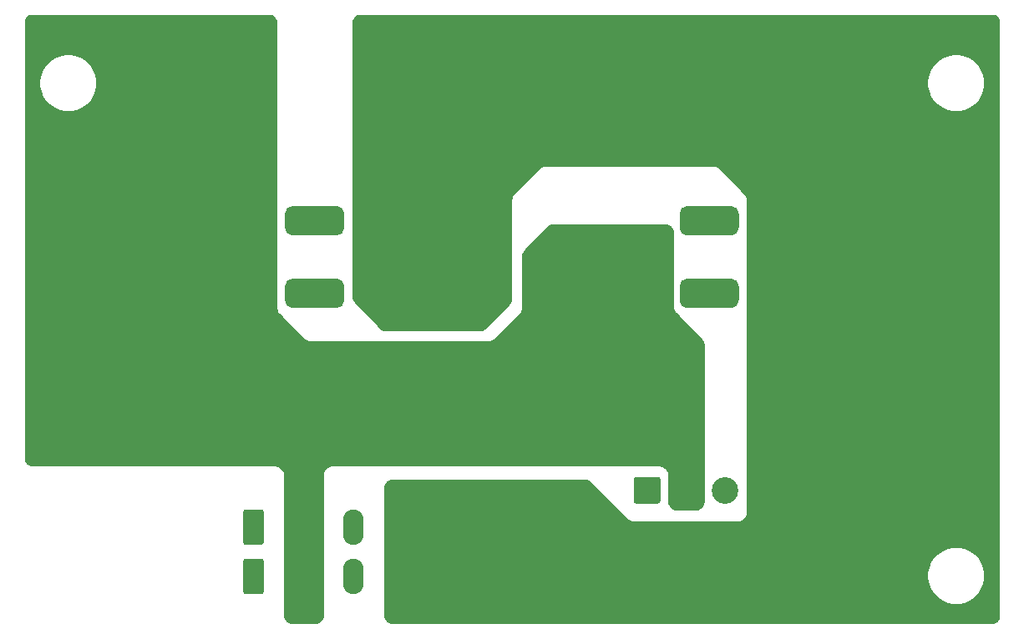
<source format=gbr>
%TF.GenerationSoftware,KiCad,Pcbnew,(5.1.6)-1*%
%TF.CreationDate,2020-12-17T16:36:24+01:00*%
%TF.ProjectId,Ingressi,496e6772-6573-4736-992e-6b696361645f,v1.0*%
%TF.SameCoordinates,Original*%
%TF.FileFunction,Copper,L2,Bot*%
%TF.FilePolarity,Positive*%
%FSLAX46Y46*%
G04 Gerber Fmt 4.6, Leading zero omitted, Abs format (unit mm)*
G04 Created by KiCad (PCBNEW (5.1.6)-1) date 2020-12-17 16:36:24*
%MOMM*%
%LPD*%
G01*
G04 APERTURE LIST*
%TA.AperFunction,ComponentPad*%
%ADD10O,2.080000X3.600000*%
%TD*%
%TA.AperFunction,ComponentPad*%
%ADD11C,2.700000*%
%TD*%
%TA.AperFunction,Conductor*%
%ADD12C,0.254000*%
%TD*%
G04 APERTURE END LIST*
D10*
X58960000Y-82600000D03*
X53880000Y-82600000D03*
X64040000Y-82600000D03*
%TA.AperFunction,ComponentPad*%
G36*
G01*
X47760000Y-84150001D02*
X47760000Y-81049999D01*
G75*
G02*
X48009999Y-80800000I249999J0D01*
G01*
X49590001Y-80800000D01*
G75*
G02*
X49840000Y-81049999I0J-249999D01*
G01*
X49840000Y-84150001D01*
G75*
G02*
X49590001Y-84400000I-249999J0D01*
G01*
X48009999Y-84400000D01*
G75*
G02*
X47760000Y-84150001I0J249999D01*
G01*
G37*
%TD.AperFunction*%
%TA.AperFunction,ComponentPad*%
G36*
G01*
X47760000Y-79150001D02*
X47760000Y-76049999D01*
G75*
G02*
X48009999Y-75800000I249999J0D01*
G01*
X49590001Y-75800000D01*
G75*
G02*
X49840000Y-76049999I0J-249999D01*
G01*
X49840000Y-79150001D01*
G75*
G02*
X49590001Y-79400000I-249999J0D01*
G01*
X48009999Y-79400000D01*
G75*
G02*
X47760000Y-79150001I0J249999D01*
G01*
G37*
%TD.AperFunction*%
X53880000Y-77600000D03*
X64040000Y-77600000D03*
X58960000Y-77600000D03*
%TA.AperFunction,ComponentPad*%
G36*
G01*
X102164200Y-47933000D02*
X102164200Y-52433000D01*
G75*
G02*
X101414200Y-53183000I-750000J0D01*
G01*
X99914200Y-53183000D01*
G75*
G02*
X99164200Y-52433000I0J750000D01*
G01*
X99164200Y-47933000D01*
G75*
G02*
X99914200Y-47183000I750000J0D01*
G01*
X101414200Y-47183000D01*
G75*
G02*
X102164200Y-47933000I0J-750000D01*
G01*
G37*
%TD.AperFunction*%
%TA.AperFunction,ComponentPad*%
G36*
G01*
X92750000Y-52366000D02*
X97250000Y-52366000D01*
G75*
G02*
X98000000Y-53116000I0J-750000D01*
G01*
X98000000Y-54616000D01*
G75*
G02*
X97250000Y-55366000I-750000J0D01*
G01*
X92750000Y-55366000D01*
G75*
G02*
X92000000Y-54616000I0J750000D01*
G01*
X92000000Y-53116000D01*
G75*
G02*
X92750000Y-52366000I750000J0D01*
G01*
G37*
%TD.AperFunction*%
%TA.AperFunction,ComponentPad*%
G36*
G01*
X90861200Y-47933000D02*
X90861200Y-52433000D01*
G75*
G02*
X90111200Y-53183000I-750000J0D01*
G01*
X88611200Y-53183000D01*
G75*
G02*
X87861200Y-52433000I0J750000D01*
G01*
X87861200Y-47933000D01*
G75*
G02*
X88611200Y-47183000I750000J0D01*
G01*
X90111200Y-47183000D01*
G75*
G02*
X90861200Y-47933000I0J-750000D01*
G01*
G37*
%TD.AperFunction*%
%TA.AperFunction,ComponentPad*%
G36*
G01*
X97250000Y-48000000D02*
X92750000Y-48000000D01*
G75*
G02*
X92000000Y-47250000I0J750000D01*
G01*
X92000000Y-45750000D01*
G75*
G02*
X92750000Y-45000000I750000J0D01*
G01*
X97250000Y-45000000D01*
G75*
G02*
X98000000Y-45750000I0J-750000D01*
G01*
X98000000Y-47250000D01*
G75*
G02*
X97250000Y-48000000I-750000J0D01*
G01*
G37*
%TD.AperFunction*%
%TA.AperFunction,ComponentPad*%
G36*
G01*
X62164200Y-47933000D02*
X62164200Y-52433000D01*
G75*
G02*
X61414200Y-53183000I-750000J0D01*
G01*
X59914200Y-53183000D01*
G75*
G02*
X59164200Y-52433000I0J750000D01*
G01*
X59164200Y-47933000D01*
G75*
G02*
X59914200Y-47183000I750000J0D01*
G01*
X61414200Y-47183000D01*
G75*
G02*
X62164200Y-47933000I0J-750000D01*
G01*
G37*
%TD.AperFunction*%
%TA.AperFunction,ComponentPad*%
G36*
G01*
X52750000Y-52366000D02*
X57250000Y-52366000D01*
G75*
G02*
X58000000Y-53116000I0J-750000D01*
G01*
X58000000Y-54616000D01*
G75*
G02*
X57250000Y-55366000I-750000J0D01*
G01*
X52750000Y-55366000D01*
G75*
G02*
X52000000Y-54616000I0J750000D01*
G01*
X52000000Y-53116000D01*
G75*
G02*
X52750000Y-52366000I750000J0D01*
G01*
G37*
%TD.AperFunction*%
%TA.AperFunction,ComponentPad*%
G36*
G01*
X50861200Y-47933000D02*
X50861200Y-52433000D01*
G75*
G02*
X50111200Y-53183000I-750000J0D01*
G01*
X48611200Y-53183000D01*
G75*
G02*
X47861200Y-52433000I0J750000D01*
G01*
X47861200Y-47933000D01*
G75*
G02*
X48611200Y-47183000I750000J0D01*
G01*
X50111200Y-47183000D01*
G75*
G02*
X50861200Y-47933000I0J-750000D01*
G01*
G37*
%TD.AperFunction*%
%TA.AperFunction,ComponentPad*%
G36*
G01*
X57250000Y-48000000D02*
X52750000Y-48000000D01*
G75*
G02*
X52000000Y-47250000I0J750000D01*
G01*
X52000000Y-45750000D01*
G75*
G02*
X52750000Y-45000000I750000J0D01*
G01*
X57250000Y-45000000D01*
G75*
G02*
X58000000Y-45750000I0J-750000D01*
G01*
X58000000Y-47250000D01*
G75*
G02*
X57250000Y-48000000I-750000J0D01*
G01*
G37*
%TD.AperFunction*%
D11*
X100580000Y-73850000D03*
X96620000Y-73850000D03*
X92660000Y-73850000D03*
%TA.AperFunction,ComponentPad*%
G36*
G01*
X87350000Y-74949999D02*
X87350000Y-72750001D01*
G75*
G02*
X87600001Y-72500000I250001J0D01*
G01*
X89799999Y-72500000D01*
G75*
G02*
X90050000Y-72750001I0J-250001D01*
G01*
X90050000Y-74949999D01*
G75*
G02*
X89799999Y-75200000I-250001J0D01*
G01*
X87600001Y-75200000D01*
G75*
G02*
X87350000Y-74949999I0J250001D01*
G01*
G37*
%TD.AperFunction*%
D12*
G36*
X50781454Y-25796271D02*
G01*
X50903729Y-25918546D01*
X50995726Y-26064958D01*
X51052836Y-26228170D01*
X51073000Y-26407129D01*
X51073000Y-55327208D01*
X51073612Y-55339656D01*
X51090905Y-55515237D01*
X51095762Y-55539655D01*
X51146977Y-55708489D01*
X51156504Y-55731490D01*
X51239673Y-55887088D01*
X51253505Y-55907789D01*
X51365432Y-56044172D01*
X51373801Y-56053407D01*
X53846593Y-58526199D01*
X53855828Y-58534568D01*
X53992211Y-58646495D01*
X54012912Y-58660327D01*
X54168510Y-58743496D01*
X54191511Y-58753023D01*
X54360345Y-58804238D01*
X54384763Y-58809095D01*
X54560344Y-58826388D01*
X54572792Y-58827000D01*
X72627208Y-58827000D01*
X72639656Y-58826388D01*
X72815237Y-58809095D01*
X72839655Y-58804238D01*
X73008489Y-58753023D01*
X73031490Y-58743496D01*
X73187088Y-58660327D01*
X73207789Y-58646495D01*
X73344172Y-58534568D01*
X73353407Y-58526199D01*
X75826199Y-56053407D01*
X75834568Y-56044172D01*
X75946495Y-55907789D01*
X75960327Y-55887088D01*
X76043496Y-55731490D01*
X76053023Y-55708489D01*
X76104238Y-55539655D01*
X76109095Y-55515237D01*
X76126388Y-55339656D01*
X76127000Y-55327208D01*
X76127000Y-50079026D01*
X76142455Y-49922107D01*
X76186408Y-49777214D01*
X76257784Y-49643678D01*
X76357813Y-49521793D01*
X78721793Y-47157813D01*
X78843678Y-47057784D01*
X78977214Y-46986408D01*
X79122107Y-46942455D01*
X79279026Y-46927000D01*
X90492871Y-46927000D01*
X90671830Y-46947164D01*
X90835042Y-47004274D01*
X90981454Y-47096271D01*
X91103729Y-47218546D01*
X91195726Y-47364958D01*
X91252836Y-47528170D01*
X91273000Y-47707129D01*
X91273000Y-55227208D01*
X91273612Y-55239656D01*
X91290905Y-55415237D01*
X91295762Y-55439655D01*
X91346977Y-55608489D01*
X91356504Y-55631490D01*
X91439673Y-55787088D01*
X91453505Y-55807789D01*
X91565432Y-55944172D01*
X91573801Y-55953407D01*
X94142187Y-58521793D01*
X94242216Y-58643678D01*
X94313592Y-58777214D01*
X94357545Y-58922107D01*
X94373000Y-59079026D01*
X94373000Y-74942871D01*
X94352836Y-75121830D01*
X94295726Y-75285042D01*
X94203729Y-75431454D01*
X94081454Y-75553729D01*
X93935042Y-75645726D01*
X93771830Y-75702836D01*
X93592871Y-75723000D01*
X91707129Y-75723000D01*
X91528170Y-75702836D01*
X91364958Y-75645726D01*
X91218546Y-75553729D01*
X91096271Y-75431454D01*
X91004274Y-75285042D01*
X90947164Y-75121830D01*
X90927000Y-74942871D01*
X90927000Y-72300000D01*
X90926201Y-72285780D01*
X90903636Y-72085511D01*
X90897308Y-72057786D01*
X90830745Y-71867560D01*
X90818406Y-71841937D01*
X90711182Y-71671291D01*
X90693451Y-71649056D01*
X90550944Y-71506549D01*
X90528709Y-71488818D01*
X90358063Y-71381594D01*
X90332440Y-71369255D01*
X90142214Y-71302692D01*
X90114489Y-71296364D01*
X89914220Y-71273799D01*
X89900000Y-71273000D01*
X56800000Y-71273000D01*
X56785780Y-71273799D01*
X56585511Y-71296364D01*
X56557786Y-71302692D01*
X56367560Y-71369255D01*
X56341937Y-71381594D01*
X56171291Y-71488818D01*
X56149056Y-71506549D01*
X56006549Y-71649056D01*
X55988818Y-71671291D01*
X55881594Y-71841937D01*
X55869255Y-71867560D01*
X55802692Y-72057786D01*
X55796364Y-72085511D01*
X55773799Y-72285780D01*
X55773000Y-72300000D01*
X55773000Y-86492871D01*
X55752836Y-86671830D01*
X55695726Y-86835042D01*
X55603729Y-86981454D01*
X55481454Y-87103729D01*
X55335042Y-87195726D01*
X55171830Y-87252836D01*
X54992871Y-87273000D01*
X52757129Y-87273000D01*
X52578170Y-87252836D01*
X52414958Y-87195726D01*
X52268546Y-87103729D01*
X52146271Y-86981454D01*
X52054274Y-86835042D01*
X51997164Y-86671830D01*
X51977000Y-86492871D01*
X51977000Y-72300000D01*
X51976201Y-72285780D01*
X51953636Y-72085511D01*
X51947308Y-72057786D01*
X51880745Y-71867560D01*
X51868406Y-71841937D01*
X51761182Y-71671291D01*
X51743451Y-71649056D01*
X51600944Y-71506549D01*
X51578709Y-71488818D01*
X51408063Y-71381594D01*
X51382440Y-71369255D01*
X51192214Y-71302692D01*
X51164489Y-71296364D01*
X50964220Y-71273799D01*
X50950000Y-71273000D01*
X26407129Y-71273000D01*
X26228170Y-71252836D01*
X26064958Y-71195726D01*
X25918546Y-71103729D01*
X25796271Y-70981454D01*
X25710000Y-70844155D01*
X25710000Y-32207909D01*
X27034350Y-32207909D01*
X27034350Y-32792091D01*
X27148318Y-33365048D01*
X27371875Y-33904762D01*
X27696429Y-34390492D01*
X28109508Y-34803571D01*
X28595238Y-35128125D01*
X29134952Y-35351682D01*
X29707909Y-35465650D01*
X30292091Y-35465650D01*
X30865048Y-35351682D01*
X31404762Y-35128125D01*
X31890492Y-34803571D01*
X32303571Y-34390492D01*
X32628125Y-33904762D01*
X32851682Y-33365048D01*
X32965650Y-32792091D01*
X32965650Y-32207909D01*
X32851682Y-31634952D01*
X32628125Y-31095238D01*
X32303571Y-30609508D01*
X31890492Y-30196429D01*
X31404762Y-29871875D01*
X30865048Y-29648318D01*
X30292091Y-29534350D01*
X29707909Y-29534350D01*
X29134952Y-29648318D01*
X28595238Y-29871875D01*
X28109508Y-30196429D01*
X27696429Y-30609508D01*
X27371875Y-31095238D01*
X27148318Y-31634952D01*
X27034350Y-32207909D01*
X25710000Y-32207909D01*
X25710000Y-26055845D01*
X25796271Y-25918546D01*
X25918546Y-25796271D01*
X26055845Y-25710000D01*
X50644155Y-25710000D01*
X50781454Y-25796271D01*
G37*
X50781454Y-25796271D02*
X50903729Y-25918546D01*
X50995726Y-26064958D01*
X51052836Y-26228170D01*
X51073000Y-26407129D01*
X51073000Y-55327208D01*
X51073612Y-55339656D01*
X51090905Y-55515237D01*
X51095762Y-55539655D01*
X51146977Y-55708489D01*
X51156504Y-55731490D01*
X51239673Y-55887088D01*
X51253505Y-55907789D01*
X51365432Y-56044172D01*
X51373801Y-56053407D01*
X53846593Y-58526199D01*
X53855828Y-58534568D01*
X53992211Y-58646495D01*
X54012912Y-58660327D01*
X54168510Y-58743496D01*
X54191511Y-58753023D01*
X54360345Y-58804238D01*
X54384763Y-58809095D01*
X54560344Y-58826388D01*
X54572792Y-58827000D01*
X72627208Y-58827000D01*
X72639656Y-58826388D01*
X72815237Y-58809095D01*
X72839655Y-58804238D01*
X73008489Y-58753023D01*
X73031490Y-58743496D01*
X73187088Y-58660327D01*
X73207789Y-58646495D01*
X73344172Y-58534568D01*
X73353407Y-58526199D01*
X75826199Y-56053407D01*
X75834568Y-56044172D01*
X75946495Y-55907789D01*
X75960327Y-55887088D01*
X76043496Y-55731490D01*
X76053023Y-55708489D01*
X76104238Y-55539655D01*
X76109095Y-55515237D01*
X76126388Y-55339656D01*
X76127000Y-55327208D01*
X76127000Y-50079026D01*
X76142455Y-49922107D01*
X76186408Y-49777214D01*
X76257784Y-49643678D01*
X76357813Y-49521793D01*
X78721793Y-47157813D01*
X78843678Y-47057784D01*
X78977214Y-46986408D01*
X79122107Y-46942455D01*
X79279026Y-46927000D01*
X90492871Y-46927000D01*
X90671830Y-46947164D01*
X90835042Y-47004274D01*
X90981454Y-47096271D01*
X91103729Y-47218546D01*
X91195726Y-47364958D01*
X91252836Y-47528170D01*
X91273000Y-47707129D01*
X91273000Y-55227208D01*
X91273612Y-55239656D01*
X91290905Y-55415237D01*
X91295762Y-55439655D01*
X91346977Y-55608489D01*
X91356504Y-55631490D01*
X91439673Y-55787088D01*
X91453505Y-55807789D01*
X91565432Y-55944172D01*
X91573801Y-55953407D01*
X94142187Y-58521793D01*
X94242216Y-58643678D01*
X94313592Y-58777214D01*
X94357545Y-58922107D01*
X94373000Y-59079026D01*
X94373000Y-74942871D01*
X94352836Y-75121830D01*
X94295726Y-75285042D01*
X94203729Y-75431454D01*
X94081454Y-75553729D01*
X93935042Y-75645726D01*
X93771830Y-75702836D01*
X93592871Y-75723000D01*
X91707129Y-75723000D01*
X91528170Y-75702836D01*
X91364958Y-75645726D01*
X91218546Y-75553729D01*
X91096271Y-75431454D01*
X91004274Y-75285042D01*
X90947164Y-75121830D01*
X90927000Y-74942871D01*
X90927000Y-72300000D01*
X90926201Y-72285780D01*
X90903636Y-72085511D01*
X90897308Y-72057786D01*
X90830745Y-71867560D01*
X90818406Y-71841937D01*
X90711182Y-71671291D01*
X90693451Y-71649056D01*
X90550944Y-71506549D01*
X90528709Y-71488818D01*
X90358063Y-71381594D01*
X90332440Y-71369255D01*
X90142214Y-71302692D01*
X90114489Y-71296364D01*
X89914220Y-71273799D01*
X89900000Y-71273000D01*
X56800000Y-71273000D01*
X56785780Y-71273799D01*
X56585511Y-71296364D01*
X56557786Y-71302692D01*
X56367560Y-71369255D01*
X56341937Y-71381594D01*
X56171291Y-71488818D01*
X56149056Y-71506549D01*
X56006549Y-71649056D01*
X55988818Y-71671291D01*
X55881594Y-71841937D01*
X55869255Y-71867560D01*
X55802692Y-72057786D01*
X55796364Y-72085511D01*
X55773799Y-72285780D01*
X55773000Y-72300000D01*
X55773000Y-86492871D01*
X55752836Y-86671830D01*
X55695726Y-86835042D01*
X55603729Y-86981454D01*
X55481454Y-87103729D01*
X55335042Y-87195726D01*
X55171830Y-87252836D01*
X54992871Y-87273000D01*
X52757129Y-87273000D01*
X52578170Y-87252836D01*
X52414958Y-87195726D01*
X52268546Y-87103729D01*
X52146271Y-86981454D01*
X52054274Y-86835042D01*
X51997164Y-86671830D01*
X51977000Y-86492871D01*
X51977000Y-72300000D01*
X51976201Y-72285780D01*
X51953636Y-72085511D01*
X51947308Y-72057786D01*
X51880745Y-71867560D01*
X51868406Y-71841937D01*
X51761182Y-71671291D01*
X51743451Y-71649056D01*
X51600944Y-71506549D01*
X51578709Y-71488818D01*
X51408063Y-71381594D01*
X51382440Y-71369255D01*
X51192214Y-71302692D01*
X51164489Y-71296364D01*
X50964220Y-71273799D01*
X50950000Y-71273000D01*
X26407129Y-71273000D01*
X26228170Y-71252836D01*
X26064958Y-71195726D01*
X25918546Y-71103729D01*
X25796271Y-70981454D01*
X25710000Y-70844155D01*
X25710000Y-32207909D01*
X27034350Y-32207909D01*
X27034350Y-32792091D01*
X27148318Y-33365048D01*
X27371875Y-33904762D01*
X27696429Y-34390492D01*
X28109508Y-34803571D01*
X28595238Y-35128125D01*
X29134952Y-35351682D01*
X29707909Y-35465650D01*
X30292091Y-35465650D01*
X30865048Y-35351682D01*
X31404762Y-35128125D01*
X31890492Y-34803571D01*
X32303571Y-34390492D01*
X32628125Y-33904762D01*
X32851682Y-33365048D01*
X32965650Y-32792091D01*
X32965650Y-32207909D01*
X32851682Y-31634952D01*
X32628125Y-31095238D01*
X32303571Y-30609508D01*
X31890492Y-30196429D01*
X31404762Y-29871875D01*
X30865048Y-29648318D01*
X30292091Y-29534350D01*
X29707909Y-29534350D01*
X29134952Y-29648318D01*
X28595238Y-29871875D01*
X28109508Y-30196429D01*
X27696429Y-30609508D01*
X27371875Y-31095238D01*
X27148318Y-31634952D01*
X27034350Y-32207909D01*
X25710000Y-32207909D01*
X25710000Y-26055845D01*
X25796271Y-25918546D01*
X25918546Y-25796271D01*
X26055845Y-25710000D01*
X50644155Y-25710000D01*
X50781454Y-25796271D01*
G36*
X124081454Y-25796271D02*
G01*
X124203729Y-25918546D01*
X124290000Y-26055845D01*
X124290001Y-86847851D01*
X124203709Y-86985174D01*
X124081426Y-87107445D01*
X123934997Y-87199441D01*
X123771774Y-87256542D01*
X123592794Y-87276692D01*
X62907059Y-87271196D01*
X62728112Y-87251017D01*
X62564911Y-87193898D01*
X62418513Y-87101898D01*
X62296254Y-86979628D01*
X62204266Y-86833220D01*
X62147162Y-86670017D01*
X62127000Y-86491059D01*
X62127000Y-82207909D01*
X117034350Y-82207909D01*
X117034350Y-82792091D01*
X117148318Y-83365048D01*
X117371875Y-83904762D01*
X117696429Y-84390492D01*
X118109508Y-84803571D01*
X118595238Y-85128125D01*
X119134952Y-85351682D01*
X119707909Y-85465650D01*
X120292091Y-85465650D01*
X120865048Y-85351682D01*
X121404762Y-85128125D01*
X121890492Y-84803571D01*
X122303571Y-84390492D01*
X122628125Y-83904762D01*
X122851682Y-83365048D01*
X122965650Y-82792091D01*
X122965650Y-82207909D01*
X122851682Y-81634952D01*
X122628125Y-81095238D01*
X122303571Y-80609508D01*
X121890492Y-80196429D01*
X121404762Y-79871875D01*
X120865048Y-79648318D01*
X120292091Y-79534350D01*
X119707909Y-79534350D01*
X119134952Y-79648318D01*
X118595238Y-79871875D01*
X118109508Y-80196429D01*
X117696429Y-80609508D01*
X117371875Y-81095238D01*
X117148318Y-81634952D01*
X117034350Y-82207909D01*
X62127000Y-82207909D01*
X62127000Y-73608940D01*
X62147162Y-73429983D01*
X62204267Y-73266778D01*
X62296253Y-73120372D01*
X62418512Y-72998102D01*
X62564911Y-72906101D01*
X62728111Y-72848982D01*
X62907059Y-72828804D01*
X82272482Y-72827035D01*
X82428852Y-72842366D01*
X82573285Y-72885998D01*
X82706476Y-72956875D01*
X82828183Y-73056239D01*
X86622174Y-76828300D01*
X86631397Y-76836614D01*
X86767561Y-76947784D01*
X86788215Y-76961520D01*
X86943390Y-77044102D01*
X86966321Y-77053561D01*
X87134589Y-77104405D01*
X87158921Y-77109227D01*
X87333863Y-77126393D01*
X87346265Y-77127000D01*
X97850000Y-77127000D01*
X97864220Y-77126201D01*
X98064489Y-77103636D01*
X98092214Y-77097308D01*
X98282440Y-77030745D01*
X98308063Y-77018406D01*
X98478709Y-76911182D01*
X98500944Y-76893451D01*
X98643451Y-76750944D01*
X98661182Y-76728709D01*
X98768406Y-76558063D01*
X98780745Y-76532440D01*
X98847308Y-76342214D01*
X98853636Y-76314489D01*
X98876201Y-76114220D01*
X98877000Y-76100000D01*
X98877000Y-44368370D01*
X98876401Y-44356055D01*
X98859475Y-44182328D01*
X98854721Y-44158160D01*
X98804578Y-43990968D01*
X98795248Y-43968173D01*
X98713776Y-43813805D01*
X98700221Y-43793239D01*
X98590483Y-43657500D01*
X98582275Y-43648299D01*
X96155045Y-41179929D01*
X96145779Y-41171397D01*
X96008777Y-41057266D01*
X95987943Y-41043155D01*
X95831129Y-40958275D01*
X95807924Y-40948548D01*
X95637454Y-40896249D01*
X95612786Y-40891289D01*
X95435351Y-40873625D01*
X95422770Y-40873000D01*
X78372792Y-40873000D01*
X78360344Y-40873612D01*
X78184763Y-40890905D01*
X78160345Y-40895762D01*
X77991511Y-40946977D01*
X77968510Y-40956504D01*
X77812912Y-41039673D01*
X77792211Y-41053505D01*
X77655828Y-41165432D01*
X77646593Y-41173801D01*
X75173801Y-43646593D01*
X75165432Y-43655828D01*
X75053505Y-43792211D01*
X75039673Y-43812912D01*
X74956504Y-43968510D01*
X74946977Y-43991511D01*
X74895762Y-44160345D01*
X74890905Y-44184763D01*
X74873612Y-44360344D01*
X74873000Y-44372792D01*
X74873000Y-54320974D01*
X74857545Y-54477893D01*
X74813592Y-54622786D01*
X74742216Y-54756322D01*
X74642187Y-54878207D01*
X72178207Y-57342187D01*
X72056322Y-57442216D01*
X71922786Y-57513592D01*
X71777893Y-57557545D01*
X71620974Y-57573000D01*
X62279026Y-57573000D01*
X62122107Y-57557545D01*
X61977214Y-57513592D01*
X61843678Y-57442216D01*
X61721793Y-57342187D01*
X59157813Y-54778207D01*
X59057784Y-54656322D01*
X58986408Y-54522786D01*
X58942455Y-54377893D01*
X58927000Y-54220974D01*
X58927000Y-32207909D01*
X117034350Y-32207909D01*
X117034350Y-32792091D01*
X117148318Y-33365048D01*
X117371875Y-33904762D01*
X117696429Y-34390492D01*
X118109508Y-34803571D01*
X118595238Y-35128125D01*
X119134952Y-35351682D01*
X119707909Y-35465650D01*
X120292091Y-35465650D01*
X120865048Y-35351682D01*
X121404762Y-35128125D01*
X121890492Y-34803571D01*
X122303571Y-34390492D01*
X122628125Y-33904762D01*
X122851682Y-33365048D01*
X122965650Y-32792091D01*
X122965650Y-32207909D01*
X122851682Y-31634952D01*
X122628125Y-31095238D01*
X122303571Y-30609508D01*
X121890492Y-30196429D01*
X121404762Y-29871875D01*
X120865048Y-29648318D01*
X120292091Y-29534350D01*
X119707909Y-29534350D01*
X119134952Y-29648318D01*
X118595238Y-29871875D01*
X118109508Y-30196429D01*
X117696429Y-30609508D01*
X117371875Y-31095238D01*
X117148318Y-31634952D01*
X117034350Y-32207909D01*
X58927000Y-32207909D01*
X58927000Y-26407129D01*
X58947164Y-26228170D01*
X59004274Y-26064958D01*
X59096271Y-25918546D01*
X59218546Y-25796271D01*
X59355845Y-25710000D01*
X123944155Y-25710000D01*
X124081454Y-25796271D01*
G37*
X124081454Y-25796271D02*
X124203729Y-25918546D01*
X124290000Y-26055845D01*
X124290001Y-86847851D01*
X124203709Y-86985174D01*
X124081426Y-87107445D01*
X123934997Y-87199441D01*
X123771774Y-87256542D01*
X123592794Y-87276692D01*
X62907059Y-87271196D01*
X62728112Y-87251017D01*
X62564911Y-87193898D01*
X62418513Y-87101898D01*
X62296254Y-86979628D01*
X62204266Y-86833220D01*
X62147162Y-86670017D01*
X62127000Y-86491059D01*
X62127000Y-82207909D01*
X117034350Y-82207909D01*
X117034350Y-82792091D01*
X117148318Y-83365048D01*
X117371875Y-83904762D01*
X117696429Y-84390492D01*
X118109508Y-84803571D01*
X118595238Y-85128125D01*
X119134952Y-85351682D01*
X119707909Y-85465650D01*
X120292091Y-85465650D01*
X120865048Y-85351682D01*
X121404762Y-85128125D01*
X121890492Y-84803571D01*
X122303571Y-84390492D01*
X122628125Y-83904762D01*
X122851682Y-83365048D01*
X122965650Y-82792091D01*
X122965650Y-82207909D01*
X122851682Y-81634952D01*
X122628125Y-81095238D01*
X122303571Y-80609508D01*
X121890492Y-80196429D01*
X121404762Y-79871875D01*
X120865048Y-79648318D01*
X120292091Y-79534350D01*
X119707909Y-79534350D01*
X119134952Y-79648318D01*
X118595238Y-79871875D01*
X118109508Y-80196429D01*
X117696429Y-80609508D01*
X117371875Y-81095238D01*
X117148318Y-81634952D01*
X117034350Y-82207909D01*
X62127000Y-82207909D01*
X62127000Y-73608940D01*
X62147162Y-73429983D01*
X62204267Y-73266778D01*
X62296253Y-73120372D01*
X62418512Y-72998102D01*
X62564911Y-72906101D01*
X62728111Y-72848982D01*
X62907059Y-72828804D01*
X82272482Y-72827035D01*
X82428852Y-72842366D01*
X82573285Y-72885998D01*
X82706476Y-72956875D01*
X82828183Y-73056239D01*
X86622174Y-76828300D01*
X86631397Y-76836614D01*
X86767561Y-76947784D01*
X86788215Y-76961520D01*
X86943390Y-77044102D01*
X86966321Y-77053561D01*
X87134589Y-77104405D01*
X87158921Y-77109227D01*
X87333863Y-77126393D01*
X87346265Y-77127000D01*
X97850000Y-77127000D01*
X97864220Y-77126201D01*
X98064489Y-77103636D01*
X98092214Y-77097308D01*
X98282440Y-77030745D01*
X98308063Y-77018406D01*
X98478709Y-76911182D01*
X98500944Y-76893451D01*
X98643451Y-76750944D01*
X98661182Y-76728709D01*
X98768406Y-76558063D01*
X98780745Y-76532440D01*
X98847308Y-76342214D01*
X98853636Y-76314489D01*
X98876201Y-76114220D01*
X98877000Y-76100000D01*
X98877000Y-44368370D01*
X98876401Y-44356055D01*
X98859475Y-44182328D01*
X98854721Y-44158160D01*
X98804578Y-43990968D01*
X98795248Y-43968173D01*
X98713776Y-43813805D01*
X98700221Y-43793239D01*
X98590483Y-43657500D01*
X98582275Y-43648299D01*
X96155045Y-41179929D01*
X96145779Y-41171397D01*
X96008777Y-41057266D01*
X95987943Y-41043155D01*
X95831129Y-40958275D01*
X95807924Y-40948548D01*
X95637454Y-40896249D01*
X95612786Y-40891289D01*
X95435351Y-40873625D01*
X95422770Y-40873000D01*
X78372792Y-40873000D01*
X78360344Y-40873612D01*
X78184763Y-40890905D01*
X78160345Y-40895762D01*
X77991511Y-40946977D01*
X77968510Y-40956504D01*
X77812912Y-41039673D01*
X77792211Y-41053505D01*
X77655828Y-41165432D01*
X77646593Y-41173801D01*
X75173801Y-43646593D01*
X75165432Y-43655828D01*
X75053505Y-43792211D01*
X75039673Y-43812912D01*
X74956504Y-43968510D01*
X74946977Y-43991511D01*
X74895762Y-44160345D01*
X74890905Y-44184763D01*
X74873612Y-44360344D01*
X74873000Y-44372792D01*
X74873000Y-54320974D01*
X74857545Y-54477893D01*
X74813592Y-54622786D01*
X74742216Y-54756322D01*
X74642187Y-54878207D01*
X72178207Y-57342187D01*
X72056322Y-57442216D01*
X71922786Y-57513592D01*
X71777893Y-57557545D01*
X71620974Y-57573000D01*
X62279026Y-57573000D01*
X62122107Y-57557545D01*
X61977214Y-57513592D01*
X61843678Y-57442216D01*
X61721793Y-57342187D01*
X59157813Y-54778207D01*
X59057784Y-54656322D01*
X58986408Y-54522786D01*
X58942455Y-54377893D01*
X58927000Y-54220974D01*
X58927000Y-32207909D01*
X117034350Y-32207909D01*
X117034350Y-32792091D01*
X117148318Y-33365048D01*
X117371875Y-33904762D01*
X117696429Y-34390492D01*
X118109508Y-34803571D01*
X118595238Y-35128125D01*
X119134952Y-35351682D01*
X119707909Y-35465650D01*
X120292091Y-35465650D01*
X120865048Y-35351682D01*
X121404762Y-35128125D01*
X121890492Y-34803571D01*
X122303571Y-34390492D01*
X122628125Y-33904762D01*
X122851682Y-33365048D01*
X122965650Y-32792091D01*
X122965650Y-32207909D01*
X122851682Y-31634952D01*
X122628125Y-31095238D01*
X122303571Y-30609508D01*
X121890492Y-30196429D01*
X121404762Y-29871875D01*
X120865048Y-29648318D01*
X120292091Y-29534350D01*
X119707909Y-29534350D01*
X119134952Y-29648318D01*
X118595238Y-29871875D01*
X118109508Y-30196429D01*
X117696429Y-30609508D01*
X117371875Y-31095238D01*
X117148318Y-31634952D01*
X117034350Y-32207909D01*
X58927000Y-32207909D01*
X58927000Y-26407129D01*
X58947164Y-26228170D01*
X59004274Y-26064958D01*
X59096271Y-25918546D01*
X59218546Y-25796271D01*
X59355845Y-25710000D01*
X123944155Y-25710000D01*
X124081454Y-25796271D01*
M02*

</source>
